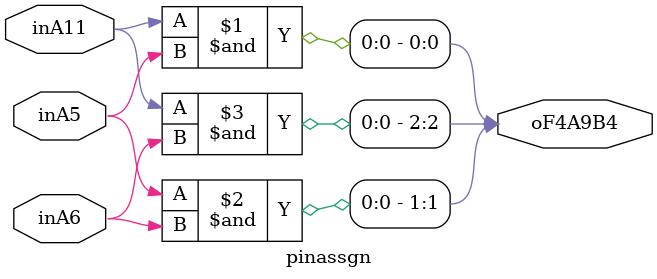
<source format=v>
/**************************************
 * Verilog source constraint example
 *    Pin Assignment for BGA Pkg.
 *    2/01/2001 K.Lee
 * Lattice Applications Engineering
 **************************************

 */

module pinassgn(inA11,inA5,inA6,oF4A9B4);

// The syntax of Verilog Synplicity pin assignment
// The following syntax must be included in each pin declaration line BEFORE the semicomlon. 
// synthesis loc="[Pin#]"

input	inA11		/*synthesis loc="A11"*/;
input	inA5		/*synthesis loc="A5"*/;
input	inA6		/*synthesis loc="A6"*/;
output	[0:2] oF4A9B4	/*synthesis loc="F4 A9 B4"*/;

assign oF4A9B4[0] =  inA11 & inA5;
assign oF4A9B4[1] =  inA5 & inA6;
assign oF4A9B4[2] =  inA11 & inA6;

endmodule


</source>
